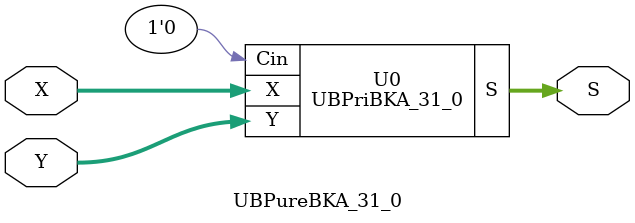
<source format=v>
/*----------------------------------------------------------------------------
  Copyright (c) 2004 Aoki laboratory. All rights reserved.

  Top module: UBBKA_31_0_31_0

  Operand-1 length: 32
  Operand-2 length: 32
  Two-operand addition algorithm: Brent-Kung adder
----------------------------------------------------------------------------*/
// Modified by: Amir Yazdanbakhsh
// Email: a.yazdanbakhsh@gatech.edu

`timescale 1ns/1ps
module GPGenerator(Go, Po, A, B);
  output Go;
  output Po;
  input A;
  input B;
  assign Go = A & B;
  assign Po = A ^ B;
endmodule

module CarryOperator(Go, Po, Gi1, Pi1, Gi2, Pi2);
  output Go;
  output Po;
  input Gi1;
  input Gi2;
  input Pi1;
  input Pi2;
  assign Go = Gi1 | ( Gi2 & Pi1 );
  assign Po = Pi1 & Pi2;
endmodule

module UBPriBKA_31_0(S, X, Y, Cin);
  output [32:0] S;
  input Cin;
  input [31:0] X;
  input [31:0] Y;
  wire [31:0] G0;
  wire [31:0] G1;
  wire [31:0] G10;
  wire [31:0] G2;
  wire [31:0] G3;
  wire [31:0] G4;
  wire [31:0] G5;
  wire [31:0] G6;
  wire [31:0] G7;
  wire [31:0] G8;
  wire [31:0] G9;
  wire [31:0] P0;
  wire [31:0] P1;
  wire [31:0] P10;
  wire [31:0] P2;
  wire [31:0] P3;
  wire [31:0] P4;
  wire [31:0] P5;
  wire [31:0] P6;
  wire [31:0] P7;
  wire [31:0] P8;
  wire [31:0] P9;
  assign P1[0] = P0[0];
  assign G1[0] = G0[0];
  assign P1[2] = P0[2];
  assign G1[2] = G0[2];
  assign P1[4] = P0[4];
  assign G1[4] = G0[4];
  assign P1[6] = P0[6];
  assign G1[6] = G0[6];
  assign P1[8] = P0[8];
  assign G1[8] = G0[8];
  assign P1[10] = P0[10];
  assign G1[10] = G0[10];
  assign P1[12] = P0[12];
  assign G1[12] = G0[12];
  assign P1[14] = P0[14];
  assign G1[14] = G0[14];
  assign P1[16] = P0[16];
  assign G1[16] = G0[16];
  assign P1[18] = P0[18];
  assign G1[18] = G0[18];
  assign P1[20] = P0[20];
  assign G1[20] = G0[20];
  assign P1[22] = P0[22];
  assign G1[22] = G0[22];
  assign P1[24] = P0[24];
  assign G1[24] = G0[24];
  assign P1[26] = P0[26];
  assign G1[26] = G0[26];
  assign P1[28] = P0[28];
  assign G1[28] = G0[28];
  assign P1[30] = P0[30];
  assign G1[30] = G0[30];
  assign P2[0] = P1[0];
  assign G2[0] = G1[0];
  assign P2[1] = P1[1];
  assign G2[1] = G1[1];
  assign P2[2] = P1[2];
  assign G2[2] = G1[2];
  assign P2[4] = P1[4];
  assign G2[4] = G1[4];
  assign P2[5] = P1[5];
  assign G2[5] = G1[5];
  assign P2[6] = P1[6];
  assign G2[6] = G1[6];
  assign P2[8] = P1[8];
  assign G2[8] = G1[8];
  assign P2[9] = P1[9];
  assign G2[9] = G1[9];
  assign P2[10] = P1[10];
  assign G2[10] = G1[10];
  assign P2[12] = P1[12];
  assign G2[12] = G1[12];
  assign P2[13] = P1[13];
  assign G2[13] = G1[13];
  assign P2[14] = P1[14];
  assign G2[14] = G1[14];
  assign P2[16] = P1[16];
  assign G2[16] = G1[16];
  assign P2[17] = P1[17];
  assign G2[17] = G1[17];
  assign P2[18] = P1[18];
  assign G2[18] = G1[18];
  assign P2[20] = P1[20];
  assign G2[20] = G1[20];
  assign P2[21] = P1[21];
  assign G2[21] = G1[21];
  assign P2[22] = P1[22];
  assign G2[22] = G1[22];
  assign P2[24] = P1[24];
  assign G2[24] = G1[24];
  assign P2[25] = P1[25];
  assign G2[25] = G1[25];
  assign P2[26] = P1[26];
  assign G2[26] = G1[26];
  assign P2[28] = P1[28];
  assign G2[28] = G1[28];
  assign P2[29] = P1[29];
  assign G2[29] = G1[29];
  assign P2[30] = P1[30];
  assign G2[30] = G1[30];
  assign P3[0] = P2[0];
  assign G3[0] = G2[0];
  assign P3[1] = P2[1];
  assign G3[1] = G2[1];
  assign P3[2] = P2[2];
  assign G3[2] = G2[2];
  assign P3[3] = P2[3];
  assign G3[3] = G2[3];
  assign P3[4] = P2[4];
  assign G3[4] = G2[4];
  assign P3[5] = P2[5];
  assign G3[5] = G2[5];
  assign P3[6] = P2[6];
  assign G3[6] = G2[6];
  assign P3[8] = P2[8];
  assign G3[8] = G2[8];
  assign P3[9] = P2[9];
  assign G3[9] = G2[9];
  assign P3[10] = P2[10];
  assign G3[10] = G2[10];
  assign P3[11] = P2[11];
  assign G3[11] = G2[11];
  assign P3[12] = P2[12];
  assign G3[12] = G2[12];
  assign P3[13] = P2[13];
  assign G3[13] = G2[13];
  assign P3[14] = P2[14];
  assign G3[14] = G2[14];
  assign P3[16] = P2[16];
  assign G3[16] = G2[16];
  assign P3[17] = P2[17];
  assign G3[17] = G2[17];
  assign P3[18] = P2[18];
  assign G3[18] = G2[18];
  assign P3[19] = P2[19];
  assign G3[19] = G2[19];
  assign P3[20] = P2[20];
  assign G3[20] = G2[20];
  assign P3[21] = P2[21];
  assign G3[21] = G2[21];
  assign P3[22] = P2[22];
  assign G3[22] = G2[22];
  assign P3[24] = P2[24];
  assign G3[24] = G2[24];
  assign P3[25] = P2[25];
  assign G3[25] = G2[25];
  assign P3[26] = P2[26];
  assign G3[26] = G2[26];
  assign P3[27] = P2[27];
  assign G3[27] = G2[27];
  assign P3[28] = P2[28];
  assign G3[28] = G2[28];
  assign P3[29] = P2[29];
  assign G3[29] = G2[29];
  assign P3[30] = P2[30];
  assign G3[30] = G2[30];
  assign P4[0] = P3[0];
  assign G4[0] = G3[0];
  assign P4[1] = P3[1];
  assign G4[1] = G3[1];
  assign P4[2] = P3[2];
  assign G4[2] = G3[2];
  assign P4[3] = P3[3];
  assign G4[3] = G3[3];
  assign P4[4] = P3[4];
  assign G4[4] = G3[4];
  assign P4[5] = P3[5];
  assign G4[5] = G3[5];
  assign P4[6] = P3[6];
  assign G4[6] = G3[6];
  assign P4[7] = P3[7];
  assign G4[7] = G3[7];
  assign P4[8] = P3[8];
  assign G4[8] = G3[8];
  assign P4[9] = P3[9];
  assign G4[9] = G3[9];
  assign P4[10] = P3[10];
  assign G4[10] = G3[10];
  assign P4[11] = P3[11];
  assign G4[11] = G3[11];
  assign P4[12] = P3[12];
  assign G4[12] = G3[12];
  assign P4[13] = P3[13];
  assign G4[13] = G3[13];
  assign P4[14] = P3[14];
  assign G4[14] = G3[14];
  assign P4[16] = P3[16];
  assign G4[16] = G3[16];
  assign P4[17] = P3[17];
  assign G4[17] = G3[17];
  assign P4[18] = P3[18];
  assign G4[18] = G3[18];
  assign P4[19] = P3[19];
  assign G4[19] = G3[19];
  assign P4[20] = P3[20];
  assign G4[20] = G3[20];
  assign P4[21] = P3[21];
  assign G4[21] = G3[21];
  assign P4[22] = P3[22];
  assign G4[22] = G3[22];
  assign P4[23] = P3[23];
  assign G4[23] = G3[23];
  assign P4[24] = P3[24];
  assign G4[24] = G3[24];
  assign P4[25] = P3[25];
  assign G4[25] = G3[25];
  assign P4[26] = P3[26];
  assign G4[26] = G3[26];
  assign P4[27] = P3[27];
  assign G4[27] = G3[27];
  assign P4[28] = P3[28];
  assign G4[28] = G3[28];
  assign P4[29] = P3[29];
  assign G4[29] = G3[29];
  assign P4[30] = P3[30];
  assign G4[30] = G3[30];
  assign P5[0] = P4[0];
  assign G5[0] = G4[0];
  assign P5[1] = P4[1];
  assign G5[1] = G4[1];
  assign P5[2] = P4[2];
  assign G5[2] = G4[2];
  assign P5[3] = P4[3];
  assign G5[3] = G4[3];
  assign P5[4] = P4[4];
  assign G5[4] = G4[4];
  assign P5[5] = P4[5];
  assign G5[5] = G4[5];
  assign P5[6] = P4[6];
  assign G5[6] = G4[6];
  assign P5[7] = P4[7];
  assign G5[7] = G4[7];
  assign P5[8] = P4[8];
  assign G5[8] = G4[8];
  assign P5[9] = P4[9];
  assign G5[9] = G4[9];
  assign P5[10] = P4[10];
  assign G5[10] = G4[10];
  assign P5[11] = P4[11];
  assign G5[11] = G4[11];
  assign P5[12] = P4[12];
  assign G5[12] = G4[12];
  assign P5[13] = P4[13];
  assign G5[13] = G4[13];
  assign P5[14] = P4[14];
  assign G5[14] = G4[14];
  assign P5[15] = P4[15];
  assign G5[15] = G4[15];
  assign P5[16] = P4[16];
  assign G5[16] = G4[16];
  assign P5[17] = P4[17];
  assign G5[17] = G4[17];
  assign P5[18] = P4[18];
  assign G5[18] = G4[18];
  assign P5[19] = P4[19];
  assign G5[19] = G4[19];
  assign P5[20] = P4[20];
  assign G5[20] = G4[20];
  assign P5[21] = P4[21];
  assign G5[21] = G4[21];
  assign P5[22] = P4[22];
  assign G5[22] = G4[22];
  assign P5[23] = P4[23];
  assign G5[23] = G4[23];
  assign P5[24] = P4[24];
  assign G5[24] = G4[24];
  assign P5[25] = P4[25];
  assign G5[25] = G4[25];
  assign P5[26] = P4[26];
  assign G5[26] = G4[26];
  assign P5[27] = P4[27];
  assign G5[27] = G4[27];
  assign P5[28] = P4[28];
  assign G5[28] = G4[28];
  assign P5[29] = P4[29];
  assign G5[29] = G4[29];
  assign P5[30] = P4[30];
  assign G5[30] = G4[30];
  assign P6[0] = P5[0];
  assign G6[0] = G5[0];
  assign P6[1] = P5[1];
  assign G6[1] = G5[1];
  assign P6[2] = P5[2];
  assign G6[2] = G5[2];
  assign P6[3] = P5[3];
  assign G6[3] = G5[3];
  assign P6[4] = P5[4];
  assign G6[4] = G5[4];
  assign P6[5] = P5[5];
  assign G6[5] = G5[5];
  assign P6[6] = P5[6];
  assign G6[6] = G5[6];
  assign P6[7] = P5[7];
  assign G6[7] = G5[7];
  assign P6[8] = P5[8];
  assign G6[8] = G5[8];
  assign P6[9] = P5[9];
  assign G6[9] = G5[9];
  assign P6[10] = P5[10];
  assign G6[10] = G5[10];
  assign P6[11] = P5[11];
  assign G6[11] = G5[11];
  assign P6[12] = P5[12];
  assign G6[12] = G5[12];
  assign P6[13] = P5[13];
  assign G6[13] = G5[13];
  assign P6[14] = P5[14];
  assign G6[14] = G5[14];
  assign P6[15] = P5[15];
  assign G6[15] = G5[15];
  assign P6[16] = P5[16];
  assign G6[16] = G5[16];
  assign P6[17] = P5[17];
  assign G6[17] = G5[17];
  assign P6[18] = P5[18];
  assign G6[18] = G5[18];
  assign P6[19] = P5[19];
  assign G6[19] = G5[19];
  assign P6[20] = P5[20];
  assign G6[20] = G5[20];
  assign P6[21] = P5[21];
  assign G6[21] = G5[21];
  assign P6[22] = P5[22];
  assign G6[22] = G5[22];
  assign P6[23] = P5[23];
  assign G6[23] = G5[23];
  assign P6[24] = P5[24];
  assign G6[24] = G5[24];
  assign P6[25] = P5[25];
  assign G6[25] = G5[25];
  assign P6[26] = P5[26];
  assign G6[26] = G5[26];
  assign P6[27] = P5[27];
  assign G6[27] = G5[27];
  assign P6[28] = P5[28];
  assign G6[28] = G5[28];
  assign P6[29] = P5[29];
  assign G6[29] = G5[29];
  assign P6[30] = P5[30];
  assign G6[30] = G5[30];
  assign P6[31] = P5[31];
  assign G6[31] = G5[31];
  assign P7[0] = P6[0];
  assign G7[0] = G6[0];
  assign P7[1] = P6[1];
  assign G7[1] = G6[1];
  assign P7[2] = P6[2];
  assign G7[2] = G6[2];
  assign P7[3] = P6[3];
  assign G7[3] = G6[3];
  assign P7[4] = P6[4];
  assign G7[4] = G6[4];
  assign P7[5] = P6[5];
  assign G7[5] = G6[5];
  assign P7[6] = P6[6];
  assign G7[6] = G6[6];
  assign P7[7] = P6[7];
  assign G7[7] = G6[7];
  assign P7[8] = P6[8];
  assign G7[8] = G6[8];
  assign P7[9] = P6[9];
  assign G7[9] = G6[9];
  assign P7[10] = P6[10];
  assign G7[10] = G6[10];
  assign P7[11] = P6[11];
  assign G7[11] = G6[11];
  assign P7[12] = P6[12];
  assign G7[12] = G6[12];
  assign P7[13] = P6[13];
  assign G7[13] = G6[13];
  assign P7[14] = P6[14];
  assign G7[14] = G6[14];
  assign P7[15] = P6[15];
  assign G7[15] = G6[15];
  assign P7[16] = P6[16];
  assign G7[16] = G6[16];
  assign P7[17] = P6[17];
  assign G7[17] = G6[17];
  assign P7[18] = P6[18];
  assign G7[18] = G6[18];
  assign P7[19] = P6[19];
  assign G7[19] = G6[19];
  assign P7[20] = P6[20];
  assign G7[20] = G6[20];
  assign P7[21] = P6[21];
  assign G7[21] = G6[21];
  assign P7[22] = P6[22];
  assign G7[22] = G6[22];
  assign P7[24] = P6[24];
  assign G7[24] = G6[24];
  assign P7[25] = P6[25];
  assign G7[25] = G6[25];
  assign P7[26] = P6[26];
  assign G7[26] = G6[26];
  assign P7[27] = P6[27];
  assign G7[27] = G6[27];
  assign P7[28] = P6[28];
  assign G7[28] = G6[28];
  assign P7[29] = P6[29];
  assign G7[29] = G6[29];
  assign P7[30] = P6[30];
  assign G7[30] = G6[30];
  assign P7[31] = P6[31];
  assign G7[31] = G6[31];
  assign P8[0] = P7[0];
  assign G8[0] = G7[0];
  assign P8[1] = P7[1];
  assign G8[1] = G7[1];
  assign P8[2] = P7[2];
  assign G8[2] = G7[2];
  assign P8[3] = P7[3];
  assign G8[3] = G7[3];
  assign P8[4] = P7[4];
  assign G8[4] = G7[4];
  assign P8[5] = P7[5];
  assign G8[5] = G7[5];
  assign P8[6] = P7[6];
  assign G8[6] = G7[6];
  assign P8[7] = P7[7];
  assign G8[7] = G7[7];
  assign P8[8] = P7[8];
  assign G8[8] = G7[8];
  assign P8[9] = P7[9];
  assign G8[9] = G7[9];
  assign P8[10] = P7[10];
  assign G8[10] = G7[10];
  assign P8[12] = P7[12];
  assign G8[12] = G7[12];
  assign P8[13] = P7[13];
  assign G8[13] = G7[13];
  assign P8[14] = P7[14];
  assign G8[14] = G7[14];
  assign P8[15] = P7[15];
  assign G8[15] = G7[15];
  assign P8[16] = P7[16];
  assign G8[16] = G7[16];
  assign P8[17] = P7[17];
  assign G8[17] = G7[17];
  assign P8[18] = P7[18];
  assign G8[18] = G7[18];
  assign P8[20] = P7[20];
  assign G8[20] = G7[20];
  assign P8[21] = P7[21];
  assign G8[21] = G7[21];
  assign P8[22] = P7[22];
  assign G8[22] = G7[22];
  assign P8[23] = P7[23];
  assign G8[23] = G7[23];
  assign P8[24] = P7[24];
  assign G8[24] = G7[24];
  assign P8[25] = P7[25];
  assign G8[25] = G7[25];
  assign P8[26] = P7[26];
  assign G8[26] = G7[26];
  assign P8[28] = P7[28];
  assign G8[28] = G7[28];
  assign P8[29] = P7[29];
  assign G8[29] = G7[29];
  assign P8[30] = P7[30];
  assign G8[30] = G7[30];
  assign P8[31] = P7[31];
  assign G8[31] = G7[31];
  assign P9[0] = P8[0];
  assign G9[0] = G8[0];
  assign P9[1] = P8[1];
  assign G9[1] = G8[1];
  assign P9[2] = P8[2];
  assign G9[2] = G8[2];
  assign P9[3] = P8[3];
  assign G9[3] = G8[3];
  assign P9[4] = P8[4];
  assign G9[4] = G8[4];
  assign P9[6] = P8[6];
  assign G9[6] = G8[6];
  assign P9[7] = P8[7];
  assign G9[7] = G8[7];
  assign P9[8] = P8[8];
  assign G9[8] = G8[8];
  assign P9[10] = P8[10];
  assign G9[10] = G8[10];
  assign P9[11] = P8[11];
  assign G9[11] = G8[11];
  assign P9[12] = P8[12];
  assign G9[12] = G8[12];
  assign P9[14] = P8[14];
  assign G9[14] = G8[14];
  assign P9[15] = P8[15];
  assign G9[15] = G8[15];
  assign P9[16] = P8[16];
  assign G9[16] = G8[16];
  assign P9[18] = P8[18];
  assign G9[18] = G8[18];
  assign P9[19] = P8[19];
  assign G9[19] = G8[19];
  assign P9[20] = P8[20];
  assign G9[20] = G8[20];
  assign P9[22] = P8[22];
  assign G9[22] = G8[22];
  assign P9[23] = P8[23];
  assign G9[23] = G8[23];
  assign P9[24] = P8[24];
  assign G9[24] = G8[24];
  assign P9[26] = P8[26];
  assign G9[26] = G8[26];
  assign P9[27] = P8[27];
  assign G9[27] = G8[27];
  assign P9[28] = P8[28];
  assign G9[28] = G8[28];
  assign P9[30] = P8[30];
  assign G9[30] = G8[30];
  assign P9[31] = P8[31];
  assign G9[31] = G8[31];
  assign P10[0] = P9[0];
  assign G10[0] = G9[0];
  assign P10[1] = P9[1];
  assign G10[1] = G9[1];
  assign P10[3] = P9[3];
  assign G10[3] = G9[3];
  assign P10[5] = P9[5];
  assign G10[5] = G9[5];
  assign P10[7] = P9[7];
  assign G10[7] = G9[7];
  assign P10[9] = P9[9];
  assign G10[9] = G9[9];
  assign P10[11] = P9[11];
  assign G10[11] = G9[11];
  assign P10[13] = P9[13];
  assign G10[13] = G9[13];
  assign P10[15] = P9[15];
  assign G10[15] = G9[15];
  assign P10[17] = P9[17];
  assign G10[17] = G9[17];
  assign P10[19] = P9[19];
  assign G10[19] = G9[19];
  assign P10[21] = P9[21];
  assign G10[21] = G9[21];
  assign P10[23] = P9[23];
  assign G10[23] = G9[23];
  assign P10[25] = P9[25];
  assign G10[25] = G9[25];
  assign P10[27] = P9[27];
  assign G10[27] = G9[27];
  assign P10[29] = P9[29];
  assign G10[29] = G9[29];
  assign P10[31] = P9[31];
  assign G10[31] = G9[31];
  assign S[0] = Cin ^ P0[0];
  assign S[1] = ( G10[0] | ( P10[0] & Cin ) ) ^ P0[1];
  assign S[2] = ( G10[1] | ( P10[1] & Cin ) ) ^ P0[2];
  assign S[3] = ( G10[2] | ( P10[2] & Cin ) ) ^ P0[3];
  assign S[4] = ( G10[3] | ( P10[3] & Cin ) ) ^ P0[4];
  assign S[5] = ( G10[4] | ( P10[4] & Cin ) ) ^ P0[5];
  assign S[6] = ( G10[5] | ( P10[5] & Cin ) ) ^ P0[6];
  assign S[7] = ( G10[6] | ( P10[6] & Cin ) ) ^ P0[7];
  assign S[8] = ( G10[7] | ( P10[7] & Cin ) ) ^ P0[8];
  assign S[9] = ( G10[8] | ( P10[8] & Cin ) ) ^ P0[9];
  assign S[10] = ( G10[9] | ( P10[9] & Cin ) ) ^ P0[10];
  assign S[11] = ( G10[10] | ( P10[10] & Cin ) ) ^ P0[11];
  assign S[12] = ( G10[11] | ( P10[11] & Cin ) ) ^ P0[12];
  assign S[13] = ( G10[12] | ( P10[12] & Cin ) ) ^ P0[13];
  assign S[14] = ( G10[13] | ( P10[13] & Cin ) ) ^ P0[14];
  assign S[15] = ( G10[14] | ( P10[14] & Cin ) ) ^ P0[15];
  assign S[16] = ( G10[15] | ( P10[15] & Cin ) ) ^ P0[16];
  assign S[17] = ( G10[16] | ( P10[16] & Cin ) ) ^ P0[17];
  assign S[18] = ( G10[17] | ( P10[17] & Cin ) ) ^ P0[18];
  assign S[19] = ( G10[18] | ( P10[18] & Cin ) ) ^ P0[19];
  assign S[20] = ( G10[19] | ( P10[19] & Cin ) ) ^ P0[20];
  assign S[21] = ( G10[20] | ( P10[20] & Cin ) ) ^ P0[21];
  assign S[22] = ( G10[21] | ( P10[21] & Cin ) ) ^ P0[22];
  assign S[23] = ( G10[22] | ( P10[22] & Cin ) ) ^ P0[23];
  assign S[24] = ( G10[23] | ( P10[23] & Cin ) ) ^ P0[24];
  assign S[25] = ( G10[24] | ( P10[24] & Cin ) ) ^ P0[25];
  assign S[26] = ( G10[25] | ( P10[25] & Cin ) ) ^ P0[26];
  assign S[27] = ( G10[26] | ( P10[26] & Cin ) ) ^ P0[27];
  assign S[28] = ( G10[27] | ( P10[27] & Cin ) ) ^ P0[28];
  assign S[29] = ( G10[28] | ( P10[28] & Cin ) ) ^ P0[29];
  assign S[30] = ( G10[29] | ( P10[29] & Cin ) ) ^ P0[30];
  assign S[31] = ( G10[30] | ( P10[30] & Cin ) ) ^ P0[31];
  assign S[32] = G10[31] | ( P10[31] & Cin );
  GPGenerator U0 (G0[0], P0[0], X[0], Y[0]);
  GPGenerator U1 (G0[1], P0[1], X[1], Y[1]);
  GPGenerator U2 (G0[2], P0[2], X[2], Y[2]);
  GPGenerator U3 (G0[3], P0[3], X[3], Y[3]);
  GPGenerator U4 (G0[4], P0[4], X[4], Y[4]);
  GPGenerator U5 (G0[5], P0[5], X[5], Y[5]);
  GPGenerator U6 (G0[6], P0[6], X[6], Y[6]);
  GPGenerator U7 (G0[7], P0[7], X[7], Y[7]);
  GPGenerator U8 (G0[8], P0[8], X[8], Y[8]);
  GPGenerator U9 (G0[9], P0[9], X[9], Y[9]);
  GPGenerator U10 (G0[10], P0[10], X[10], Y[10]);
  GPGenerator U11 (G0[11], P0[11], X[11], Y[11]);
  GPGenerator U12 (G0[12], P0[12], X[12], Y[12]);
  GPGenerator U13 (G0[13], P0[13], X[13], Y[13]);
  GPGenerator U14 (G0[14], P0[14], X[14], Y[14]);
  GPGenerator U15 (G0[15], P0[15], X[15], Y[15]);
  GPGenerator U16 (G0[16], P0[16], X[16], Y[16]);
  GPGenerator U17 (G0[17], P0[17], X[17], Y[17]);
  GPGenerator U18 (G0[18], P0[18], X[18], Y[18]);
  GPGenerator U19 (G0[19], P0[19], X[19], Y[19]);
  GPGenerator U20 (G0[20], P0[20], X[20], Y[20]);
  GPGenerator U21 (G0[21], P0[21], X[21], Y[21]);
  GPGenerator U22 (G0[22], P0[22], X[22], Y[22]);
  GPGenerator U23 (G0[23], P0[23], X[23], Y[23]);
  GPGenerator U24 (G0[24], P0[24], X[24], Y[24]);
  GPGenerator U25 (G0[25], P0[25], X[25], Y[25]);
  GPGenerator U26 (G0[26], P0[26], X[26], Y[26]);
  GPGenerator U27 (G0[27], P0[27], X[27], Y[27]);
  GPGenerator U28 (G0[28], P0[28], X[28], Y[28]);
  GPGenerator U29 (G0[29], P0[29], X[29], Y[29]);
  GPGenerator U30 (G0[30], P0[30], X[30], Y[30]);
  GPGenerator U31 (G0[31], P0[31], X[31], Y[31]);
  CarryOperator U32 (G1[1], P1[1], G0[1], P0[1], G0[0], P0[0]);
  CarryOperator U33 (G1[3], P1[3], G0[3], P0[3], G0[2], P0[2]);
  CarryOperator U34 (G1[5], P1[5], G0[5], P0[5], G0[4], P0[4]);
  CarryOperator U35 (G1[7], P1[7], G0[7], P0[7], G0[6], P0[6]);
  CarryOperator U36 (G1[9], P1[9], G0[9], P0[9], G0[8], P0[8]);
  CarryOperator U37 (G1[11], P1[11], G0[11], P0[11], G0[10], P0[10]);
  CarryOperator U38 (G1[13], P1[13], G0[13], P0[13], G0[12], P0[12]);
  CarryOperator U39 (G1[15], P1[15], G0[15], P0[15], G0[14], P0[14]);
  CarryOperator U40 (G1[17], P1[17], G0[17], P0[17], G0[16], P0[16]);
  CarryOperator U41 (G1[19], P1[19], G0[19], P0[19], G0[18], P0[18]);
  CarryOperator U42 (G1[21], P1[21], G0[21], P0[21], G0[20], P0[20]);
  CarryOperator U43 (G1[23], P1[23], G0[23], P0[23], G0[22], P0[22]);
  CarryOperator U44 (G1[25], P1[25], G0[25], P0[25], G0[24], P0[24]);
  CarryOperator U45 (G1[27], P1[27], G0[27], P0[27], G0[26], P0[26]);
  CarryOperator U46 (G1[29], P1[29], G0[29], P0[29], G0[28], P0[28]);
  CarryOperator U47 (G1[31], P1[31], G0[31], P0[31], G0[30], P0[30]);
  CarryOperator U48 (G2[3], P2[3], G1[3], P1[3], G1[1], P1[1]);
  CarryOperator U49 (G2[7], P2[7], G1[7], P1[7], G1[5], P1[5]);
  CarryOperator U50 (G2[11], P2[11], G1[11], P1[11], G1[9], P1[9]);
  CarryOperator U51 (G2[15], P2[15], G1[15], P1[15], G1[13], P1[13]);
  CarryOperator U52 (G2[19], P2[19], G1[19], P1[19], G1[17], P1[17]);
  CarryOperator U53 (G2[23], P2[23], G1[23], P1[23], G1[21], P1[21]);
  CarryOperator U54 (G2[27], P2[27], G1[27], P1[27], G1[25], P1[25]);
  CarryOperator U55 (G2[31], P2[31], G1[31], P1[31], G1[29], P1[29]);
  CarryOperator U56 (G3[7], P3[7], G2[7], P2[7], G2[3], P2[3]);
  CarryOperator U57 (G3[15], P3[15], G2[15], P2[15], G2[11], P2[11]);
  CarryOperator U58 (G3[23], P3[23], G2[23], P2[23], G2[19], P2[19]);
  CarryOperator U59 (G3[31], P3[31], G2[31], P2[31], G2[27], P2[27]);
  CarryOperator U60 (G4[15], P4[15], G3[15], P3[15], G3[7], P3[7]);
  CarryOperator U61 (G4[31], P4[31], G3[31], P3[31], G3[23], P3[23]);
  CarryOperator U62 (G5[31], P5[31], G4[31], P4[31], G4[15], P4[15]);
  CarryOperator U63 (G7[23], P7[23], G6[23], P6[23], G6[15], P6[15]);
  CarryOperator U64 (G8[11], P8[11], G7[11], P7[11], G7[7], P7[7]);
  CarryOperator U65 (G8[19], P8[19], G7[19], P7[19], G7[15], P7[15]);
  CarryOperator U66 (G8[27], P8[27], G7[27], P7[27], G7[23], P7[23]);
  CarryOperator U67 (G9[5], P9[5], G8[5], P8[5], G8[3], P8[3]);
  CarryOperator U68 (G9[9], P9[9], G8[9], P8[9], G8[7], P8[7]);
  CarryOperator U69 (G9[13], P9[13], G8[13], P8[13], G8[11], P8[11]);
  CarryOperator U70 (G9[17], P9[17], G8[17], P8[17], G8[15], P8[15]);
  CarryOperator U71 (G9[21], P9[21], G8[21], P8[21], G8[19], P8[19]);
  CarryOperator U72 (G9[25], P9[25], G8[25], P8[25], G8[23], P8[23]);
  CarryOperator U73 (G9[29], P9[29], G8[29], P8[29], G8[27], P8[27]);
  CarryOperator U74 (G10[2], P10[2], G9[2], P9[2], G9[1], P9[1]);
  CarryOperator U75 (G10[4], P10[4], G9[4], P9[4], G9[3], P9[3]);
  CarryOperator U76 (G10[6], P10[6], G9[6], P9[6], G9[5], P9[5]);
  CarryOperator U77 (G10[8], P10[8], G9[8], P9[8], G9[7], P9[7]);
  CarryOperator U78 (G10[10], P10[10], G9[10], P9[10], G9[9], P9[9]);
  CarryOperator U79 (G10[12], P10[12], G9[12], P9[12], G9[11], P9[11]);
  CarryOperator U80 (G10[14], P10[14], G9[14], P9[14], G9[13], P9[13]);
  CarryOperator U81 (G10[16], P10[16], G9[16], P9[16], G9[15], P9[15]);
  CarryOperator U82 (G10[18], P10[18], G9[18], P9[18], G9[17], P9[17]);
  CarryOperator U83 (G10[20], P10[20], G9[20], P9[20], G9[19], P9[19]);
  CarryOperator U84 (G10[22], P10[22], G9[22], P9[22], G9[21], P9[21]);
  CarryOperator U85 (G10[24], P10[24], G9[24], P9[24], G9[23], P9[23]);
  CarryOperator U86 (G10[26], P10[26], G9[26], P9[26], G9[25], P9[25]);
  CarryOperator U87 (G10[28], P10[28], G9[28], P9[28], G9[27], P9[27]);
  CarryOperator U88 (G10[30], P10[30], G9[30], P9[30], G9[29], P9[29]);
endmodule

module UBZero_0_0(O);
  output [0:0] O;
  assign O[0] = 0;
endmodule

module brent_kung_32b (S, X, Y, clk, rst);
  output [32:0] S;
  input [31:0] X;
  input [31:0] Y;
  input clk, rst;

  reg [31:0] X_reg;
  reg [31:0] Y_reg;
  reg [32:0] S_reg;

  wire [32:0] S_wire;

  assign S = S_reg;

  always @(posedge clk)
  begin
      if(rst)
      begin
        S_reg <= 0;
        X_reg <= 0;
        Y_reg <= 0;
      end
      else
      begin
        S_reg <= S_wire;
        X_reg <= X;
        Y_reg <= Y;
      end
  end

  UBPureBKA_31_0 U0 (S_wire[32:0], X_reg[31:0], Y_reg[31:0]);
endmodule

module UBPureBKA_31_0 (S, X, Y);
  output [32:0] S;
  input [31:0] X;
  input [31:0] Y;
  wire C;
  UBPriBKA_31_0 U0 (S, X, Y, 1'b0);
  //UBZero_0_0 U1 (C);
endmodule


</source>
